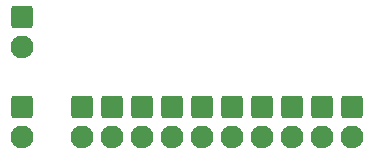
<source format=gbs>
G04 Layer_Color=16711935*
%FSLAX25Y25*%
%MOIN*%
G70*
G01*
G75*
%ADD22C,0.07600*%
G04:AMPARAMS|DCode=23|XSize=76mil|YSize=76mil|CornerRadius=14.2mil|HoleSize=0mil|Usage=FLASHONLY|Rotation=0.000|XOffset=0mil|YOffset=0mil|HoleType=Round|Shape=RoundedRectangle|*
%AMROUNDEDRECTD23*
21,1,0.07600,0.04760,0,0,0.0*
21,1,0.04760,0.07600,0,0,0.0*
1,1,0.02840,0.02380,-0.02380*
1,1,0.02840,-0.02380,-0.02380*
1,1,0.02840,-0.02380,0.02380*
1,1,0.02840,0.02380,0.02380*
%
%ADD23ROUNDEDRECTD23*%
D22*
X30000Y10000D02*
D03*
X40000D02*
D03*
X50000D02*
D03*
X60000D02*
D03*
X70000D02*
D03*
X80000D02*
D03*
X90000D02*
D03*
X100000D02*
D03*
X110000D02*
D03*
X120000D02*
D03*
X10000D02*
D03*
Y40000D02*
D03*
D23*
X30000Y20000D02*
D03*
X40000D02*
D03*
X50000D02*
D03*
X60000D02*
D03*
X70000D02*
D03*
X80000D02*
D03*
X90000D02*
D03*
X100000D02*
D03*
X110000D02*
D03*
X120000D02*
D03*
X10000D02*
D03*
Y50000D02*
D03*
M02*

</source>
